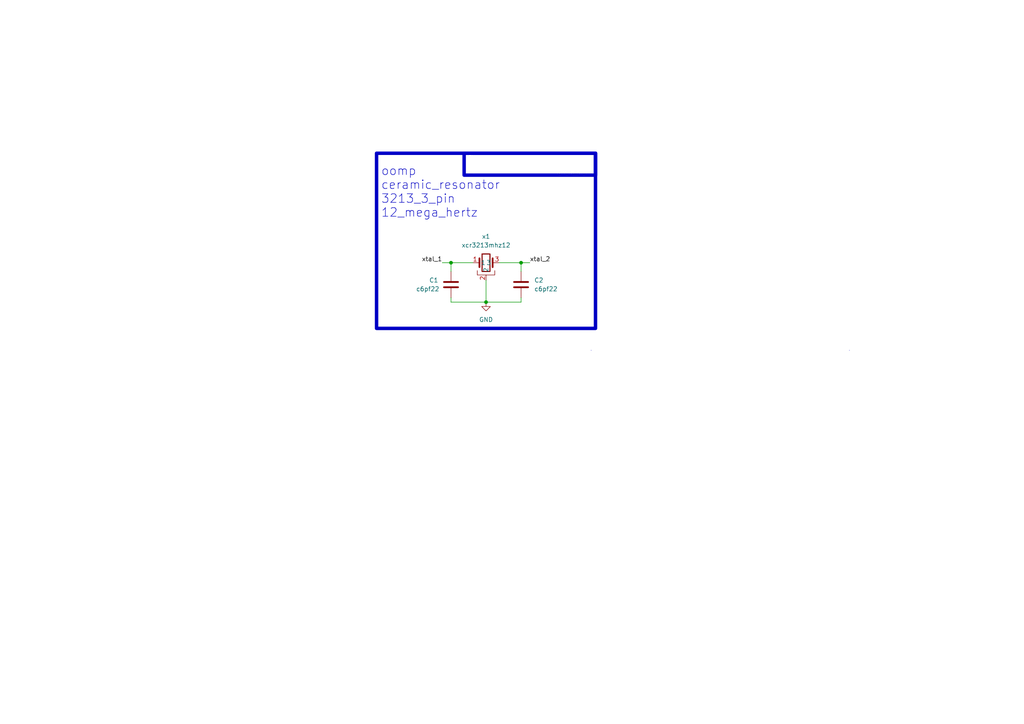
<source format=kicad_sch>
(kicad_sch (version 20230121) (generator eeschema)
  (paper "A4")
  (lib_symbols
    (symbol "oomlout_oomp_part_symbols:c6pf22_electronic_capacitor_0603_22_pico_farad" (pin_numbers hide) (pin_names (offset 0.254))
      (property "Reference" "C" (at 0.635 2.54 0))
      (property "Value" "c6pf22_electronic_capacitor_0603_22_pico_farad" (at 0.635 -2.54 0))
      (symbol "c6pf22_electronic_capacitor_0603_22_pico_farad_0_1"
        (polyline (pts (xy -2.032 -0.762) (xy 2.032 -0.762)) (stroke (width 0.508)))
        (polyline (pts (xy -2.032 0.762) (xy 2.032 0.762)) (stroke (width 0.508)))
      )
      (symbol "c6pf22_electronic_capacitor_0603_22_pico_farad_1_1"
        (pin passive line (at 0 3.81 270) (length 2.794) (name "~") (number "1"))
        (pin passive line (at 0 -3.81 90) (length 2.794) (name "~") (number "2"))
      )
    )
    (symbol "oomlout_oomp_part_symbols:xcr3213mhz12_electronic_ceramic_resonator_3213_3_pin_ground_pin_2_12_mega_hertz" (pin_names (offset 1.016))
      (property "Reference" "x" (at 0 5.715 0))
      (property "Value" "xcr3213mhz12_electronic_ceramic_resonator_3213_3_pin_ground_pin_2_12_mega_hertz" (at 0 3.81 0))
      (symbol "xcr3213mhz12_electronic_ceramic_resonator_3213_3_pin_ground_pin_2_12_mega_hertz_0_1"
        (rectangle (start -1.143 2.54) (end 1.143 -2.54) (stroke (width 0.3048)))
        (polyline (pts (xy -2.54 0) (xy -1.905 0)))
        (polyline (pts (xy -1.905 -1.27) (xy -1.905 1.27)) (stroke (width 0.508)))
        (polyline (pts (xy 0 -3.81) (xy 0 -3.556)))
        (polyline (pts (xy 1.905 0) (xy 2.54 0)))
        (polyline (pts (xy 1.905 1.27) (xy 1.905 -1.27)) (stroke (width 0.508)))
        (polyline (pts (xy -2.54 -2.286) (xy -2.54 -3.556) (xy 2.54 -3.556) (xy 2.54 -2.286)))
      )
      (symbol "xcr3213mhz12_electronic_ceramic_resonator_3213_3_pin_ground_pin_2_12_mega_hertz_1_1"
        (pin passive line (at -3.81 0 0) (length 1.27) (name "1") (number "1"))
        (pin passive line (at 0 -5.08 90) (length 1.27) (name "2") (number "2"))
        (pin passive line (at 3.81 0 180) (length 1.27) (name "3") (number "3"))
      )
    )
    (symbol "power:GND" (power) (pin_names (offset 0))
      (property "Value" "GND" (at 0 -3.81 0))
      (symbol "GND_0_1"
        (polyline (pts (xy 0 0) (xy 0 -1.27) (xy 1.27 -1.27) (xy 0 -2.54) (xy -1.27 -1.27) (xy 0 -1.27)))
      )
      (symbol "GND_1_1"
        (pin power_in line (at 0 0 270) (length 0) hide (name "GND") (number "1"))
      )
    )
  )
  (junction (at 140.97 87.63))
  (junction (at 151.13 76.2))
  (junction (at 130.81 76.2))
  (wire (pts (xy 130.81 87.63) (xy 140.97 87.63)))
  (wire (pts (xy 151.13 87.63) (xy 151.13 86.36)))
  (wire (pts (xy 140.97 87.63) (xy 151.13 87.63)))
  (wire (pts (xy 130.81 86.36) (xy 130.81 87.63)))
  (wire (pts (xy 140.97 81.28) (xy 140.97 87.63)))
  (wire (pts (xy 151.13 76.2) (xy 151.13 78.74)))
  (wire (pts (xy 128.27 76.2) (xy 130.81 76.2)))
  (wire (pts (xy 130.81 76.2) (xy 137.16 76.2)))
  (wire (pts (xy 130.81 76.2) (xy 130.81 78.74)))
  (wire (pts (xy 151.13 76.2) (xy 153.67 76.2)))
  (wire (pts (xy 144.78 76.2) (xy 151.13 76.2)))
  (rectangle (start 109.22 44.45) (end 172.72 95.25) (stroke (width 1)))
  (rectangle (start 171.45 101.6) (end 171.45 101.6))
  (rectangle (start 246.38 101.6) (end 246.38 101.6))
  (rectangle (start 134.62 44.45) (end 172.72 50.8) (stroke (width 1)) (fill (type color)))
  (text "xcr" (at 171.45 50.8 0) (effects (font (size 4 4) (thickness 0.8) bold) (justify right bottom)))
  (text "oomp\nceramic_resonator\n3213_3_pin\n12_mega_hertz\n\n" (at 110.49 67.31 0) (effects (font (size 2.5 2.5)) (justify left bottom)))
  (text "name" (at 137.16 50.8 90) (effects (font (size 1.27 1.27) (thickness 0.254) bold) (justify left bottom)))
  (label "xtal_2" (at 153.67 76.2 0))
  (label "xtal_1" (at 128.27 76.2 180))
  (symbol (lib_id "oomlout_oomp_part_symbols:c6pf22_electronic_capacitor_0603_22_pico_farad") (at 130.81 82.55 0) (unit 1)
    (property "Reference" "C1" (at 124.46 81.28 0) (effects (justify left)))
    (property "Value" "c6pf22" (at 120.65 83.82 0) (effects (justify left)))
    (property "Footprint" "c6pf22_electronic_capacitor_0603_22_pico_farad" (effects hide))
    (property "Datasheet" "https://github.com/oomlout/oomlout_oomp_v3/parts/electronic_capacitor_0603_22_pico_farad/datasheet.pdf" (effects hide))
  )
  (symbol (lib_id "oomlout_oomp_part_symbols:c6pf22_electronic_capacitor_0603_22_pico_farad") (at 151.13 82.55 0) (unit 1)
    (property "Reference" "C2" (at 154.94 81.28 0) (effects (justify left)))
    (property "Value" "c6pf22" (at 154.94 83.82 0) (effects (justify left)))
    (property "Footprint" "c6pf22_electronic_capacitor_0603_22_pico_farad" (effects hide))
    (property "Datasheet" "https://github.com/oomlout/oomlout_oomp_v3/parts/electronic_capacitor_0603_22_pico_farad/datasheet.pdf" (effects hide))
  )
  (symbol (lib_id "oomlout_oomp_part_symbols:xcr3213mhz12_electronic_ceramic_resonator_3213_3_pin_ground_pin_2_12_mega_hertz") (at 140.97 76.2 0) (unit 1)
    (property "Reference" "x1" (at 140.97 68.58 0))
    (property "Value" "xcr3213mhz12" (at 140.97 71.12 0))
    (property "Footprint" "xcr3213mhz12_electronic_ceramic_resonator_3213_3_pin_ground_pin_2_12_mega_hertz" (effects hide))
    (property "Datasheet" "https://github.com/oomlout/oomlout_oomp_v3/parts/electronic_ceramic_resonator_3213_3_pin_ground_pin_2_12_mega_hertz/datasheet.pdf" (effects hide))
  )
  (symbol (lib_id "power:GND") (at 140.97 87.63 0) (unit 1)
    (property "Reference" "#PWR02" (effects hide))
    (property "Value" "GND" (at 140.97 92.71 0))
  )
)
</source>
